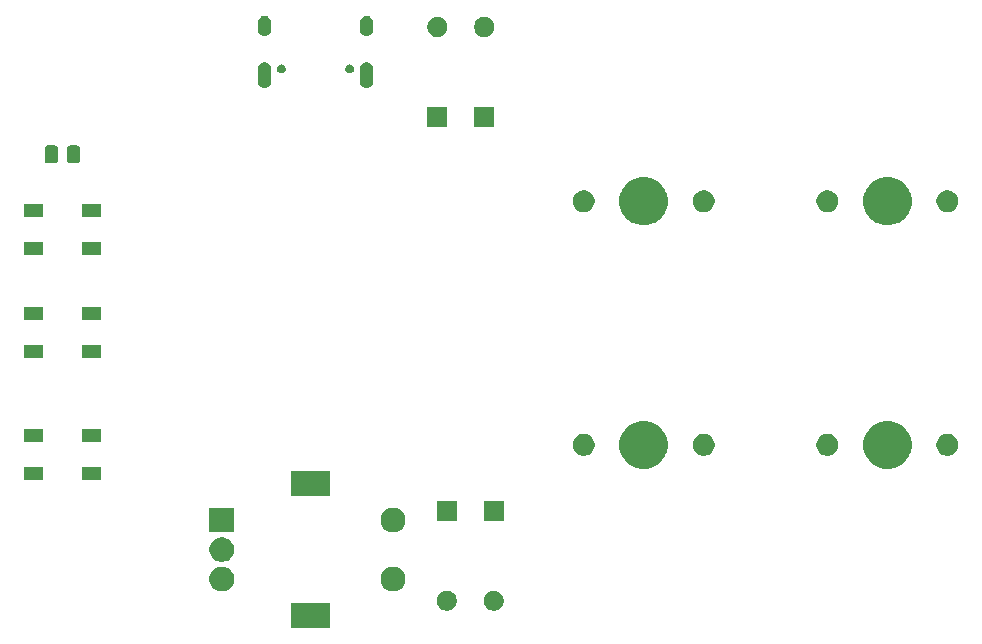
<source format=gbr>
G04 #@! TF.GenerationSoftware,KiCad,Pcbnew,(5.1.5)-3*
G04 #@! TF.CreationDate,2020-05-08T22:50:54-04:00*
G04 #@! TF.ProjectId,metropolislefty,6d657472-6f70-46f6-9c69-736c65667479,rev?*
G04 #@! TF.SameCoordinates,Original*
G04 #@! TF.FileFunction,Soldermask,Top*
G04 #@! TF.FilePolarity,Negative*
%FSLAX46Y46*%
G04 Gerber Fmt 4.6, Leading zero omitted, Abs format (unit mm)*
G04 Created by KiCad (PCBNEW (5.1.5)-3) date 2020-05-08 22:50:54*
%MOMM*%
%LPD*%
G04 APERTURE LIST*
%ADD10C,0.100000*%
G04 APERTURE END LIST*
D10*
G36*
X82176000Y-125038500D02*
G01*
X78874000Y-125038500D01*
X78874000Y-122936500D01*
X82176000Y-122936500D01*
X82176000Y-125038500D01*
G37*
G36*
X96291978Y-121895453D02*
G01*
X96446850Y-121959603D01*
X96586231Y-122052735D01*
X96704765Y-122171269D01*
X96797897Y-122310650D01*
X96862047Y-122465522D01*
X96894750Y-122629934D01*
X96894750Y-122797566D01*
X96862047Y-122961978D01*
X96797897Y-123116850D01*
X96704765Y-123256231D01*
X96586231Y-123374765D01*
X96446850Y-123467897D01*
X96291978Y-123532047D01*
X96127566Y-123564750D01*
X95959934Y-123564750D01*
X95795522Y-123532047D01*
X95640650Y-123467897D01*
X95501269Y-123374765D01*
X95382735Y-123256231D01*
X95289603Y-123116850D01*
X95225453Y-122961978D01*
X95192750Y-122797566D01*
X95192750Y-122629934D01*
X95225453Y-122465522D01*
X95289603Y-122310650D01*
X95382735Y-122171269D01*
X95501269Y-122052735D01*
X95640650Y-121959603D01*
X95795522Y-121895453D01*
X95959934Y-121862750D01*
X96127566Y-121862750D01*
X96291978Y-121895453D01*
G37*
G36*
X92323228Y-121895453D02*
G01*
X92478100Y-121959603D01*
X92617481Y-122052735D01*
X92736015Y-122171269D01*
X92829147Y-122310650D01*
X92893297Y-122465522D01*
X92926000Y-122629934D01*
X92926000Y-122797566D01*
X92893297Y-122961978D01*
X92829147Y-123116850D01*
X92736015Y-123256231D01*
X92617481Y-123374765D01*
X92478100Y-123467897D01*
X92323228Y-123532047D01*
X92158816Y-123564750D01*
X91991184Y-123564750D01*
X91826772Y-123532047D01*
X91671900Y-123467897D01*
X91532519Y-123374765D01*
X91413985Y-123256231D01*
X91320853Y-123116850D01*
X91256703Y-122961978D01*
X91224000Y-122797566D01*
X91224000Y-122629934D01*
X91256703Y-122465522D01*
X91320853Y-122310650D01*
X91413985Y-122171269D01*
X91532519Y-122052735D01*
X91671900Y-121959603D01*
X91826772Y-121895453D01*
X91991184Y-121862750D01*
X92158816Y-121862750D01*
X92323228Y-121895453D01*
G37*
G36*
X73331564Y-119876889D02*
G01*
X73522833Y-119956115D01*
X73522835Y-119956116D01*
X73694973Y-120071135D01*
X73841365Y-120217527D01*
X73956385Y-120389667D01*
X74035611Y-120580936D01*
X74076000Y-120783984D01*
X74076000Y-120991016D01*
X74035611Y-121194064D01*
X73956385Y-121385333D01*
X73956384Y-121385335D01*
X73841365Y-121557473D01*
X73694973Y-121703865D01*
X73522835Y-121818884D01*
X73522834Y-121818885D01*
X73522833Y-121818885D01*
X73331564Y-121898111D01*
X73128516Y-121938500D01*
X72921484Y-121938500D01*
X72718436Y-121898111D01*
X72527167Y-121818885D01*
X72527166Y-121818885D01*
X72527165Y-121818884D01*
X72355027Y-121703865D01*
X72208635Y-121557473D01*
X72093616Y-121385335D01*
X72093615Y-121385333D01*
X72014389Y-121194064D01*
X71974000Y-120991016D01*
X71974000Y-120783984D01*
X72014389Y-120580936D01*
X72093615Y-120389667D01*
X72208635Y-120217527D01*
X72355027Y-120071135D01*
X72527165Y-119956116D01*
X72527167Y-119956115D01*
X72718436Y-119876889D01*
X72921484Y-119836500D01*
X73128516Y-119836500D01*
X73331564Y-119876889D01*
G37*
G36*
X87831564Y-119876889D02*
G01*
X88022833Y-119956115D01*
X88022835Y-119956116D01*
X88194973Y-120071135D01*
X88341365Y-120217527D01*
X88456385Y-120389667D01*
X88535611Y-120580936D01*
X88576000Y-120783984D01*
X88576000Y-120991016D01*
X88535611Y-121194064D01*
X88456385Y-121385333D01*
X88456384Y-121385335D01*
X88341365Y-121557473D01*
X88194973Y-121703865D01*
X88022835Y-121818884D01*
X88022834Y-121818885D01*
X88022833Y-121818885D01*
X87831564Y-121898111D01*
X87628516Y-121938500D01*
X87421484Y-121938500D01*
X87218436Y-121898111D01*
X87027167Y-121818885D01*
X87027166Y-121818885D01*
X87027165Y-121818884D01*
X86855027Y-121703865D01*
X86708635Y-121557473D01*
X86593616Y-121385335D01*
X86593615Y-121385333D01*
X86514389Y-121194064D01*
X86474000Y-120991016D01*
X86474000Y-120783984D01*
X86514389Y-120580936D01*
X86593615Y-120389667D01*
X86708635Y-120217527D01*
X86855027Y-120071135D01*
X87027165Y-119956116D01*
X87027167Y-119956115D01*
X87218436Y-119876889D01*
X87421484Y-119836500D01*
X87628516Y-119836500D01*
X87831564Y-119876889D01*
G37*
G36*
X73331564Y-117376889D02*
G01*
X73522833Y-117456115D01*
X73522835Y-117456116D01*
X73694973Y-117571135D01*
X73841365Y-117717527D01*
X73956385Y-117889667D01*
X74035611Y-118080936D01*
X74076000Y-118283984D01*
X74076000Y-118491016D01*
X74035611Y-118694064D01*
X73956385Y-118885333D01*
X73956384Y-118885335D01*
X73841365Y-119057473D01*
X73694973Y-119203865D01*
X73522835Y-119318884D01*
X73522834Y-119318885D01*
X73522833Y-119318885D01*
X73331564Y-119398111D01*
X73128516Y-119438500D01*
X72921484Y-119438500D01*
X72718436Y-119398111D01*
X72527167Y-119318885D01*
X72527166Y-119318885D01*
X72527165Y-119318884D01*
X72355027Y-119203865D01*
X72208635Y-119057473D01*
X72093616Y-118885335D01*
X72093615Y-118885333D01*
X72014389Y-118694064D01*
X71974000Y-118491016D01*
X71974000Y-118283984D01*
X72014389Y-118080936D01*
X72093615Y-117889667D01*
X72208635Y-117717527D01*
X72355027Y-117571135D01*
X72527165Y-117456116D01*
X72527167Y-117456115D01*
X72718436Y-117376889D01*
X72921484Y-117336500D01*
X73128516Y-117336500D01*
X73331564Y-117376889D01*
G37*
G36*
X87831564Y-114876889D02*
G01*
X88022833Y-114956115D01*
X88022835Y-114956116D01*
X88194973Y-115071135D01*
X88341365Y-115217527D01*
X88456385Y-115389667D01*
X88535611Y-115580936D01*
X88576000Y-115783984D01*
X88576000Y-115991016D01*
X88535611Y-116194064D01*
X88456385Y-116385333D01*
X88456384Y-116385335D01*
X88341365Y-116557473D01*
X88194973Y-116703865D01*
X88022835Y-116818884D01*
X88022834Y-116818885D01*
X88022833Y-116818885D01*
X87831564Y-116898111D01*
X87628516Y-116938500D01*
X87421484Y-116938500D01*
X87218436Y-116898111D01*
X87027167Y-116818885D01*
X87027166Y-116818885D01*
X87027165Y-116818884D01*
X86855027Y-116703865D01*
X86708635Y-116557473D01*
X86593616Y-116385335D01*
X86593615Y-116385333D01*
X86514389Y-116194064D01*
X86474000Y-115991016D01*
X86474000Y-115783984D01*
X86514389Y-115580936D01*
X86593615Y-115389667D01*
X86708635Y-115217527D01*
X86855027Y-115071135D01*
X87027165Y-114956116D01*
X87027167Y-114956115D01*
X87218436Y-114876889D01*
X87421484Y-114836500D01*
X87628516Y-114836500D01*
X87831564Y-114876889D01*
G37*
G36*
X74076000Y-116938500D02*
G01*
X71974000Y-116938500D01*
X71974000Y-114836500D01*
X74076000Y-114836500D01*
X74076000Y-116938500D01*
G37*
G36*
X96894750Y-115944750D02*
G01*
X95192750Y-115944750D01*
X95192750Y-114242750D01*
X96894750Y-114242750D01*
X96894750Y-115944750D01*
G37*
G36*
X92926000Y-115944750D02*
G01*
X91224000Y-115944750D01*
X91224000Y-114242750D01*
X92926000Y-114242750D01*
X92926000Y-115944750D01*
G37*
G36*
X82176000Y-113838500D02*
G01*
X78874000Y-113838500D01*
X78874000Y-111736500D01*
X82176000Y-111736500D01*
X82176000Y-113838500D01*
G37*
G36*
X57882250Y-112482250D02*
G01*
X56280250Y-112482250D01*
X56280250Y-111380250D01*
X57882250Y-111380250D01*
X57882250Y-112482250D01*
G37*
G36*
X62782250Y-112482250D02*
G01*
X61180250Y-112482250D01*
X61180250Y-111380250D01*
X62782250Y-111380250D01*
X62782250Y-112482250D01*
G37*
G36*
X129977724Y-107571184D02*
G01*
X130195724Y-107661483D01*
X130349873Y-107725333D01*
X130684798Y-107949123D01*
X130969627Y-108233952D01*
X131193417Y-108568877D01*
X131225812Y-108647086D01*
X131347566Y-108941026D01*
X131426150Y-109336094D01*
X131426150Y-109738906D01*
X131347566Y-110133974D01*
X131296701Y-110256772D01*
X131193417Y-110506123D01*
X130969627Y-110841048D01*
X130684798Y-111125877D01*
X130349873Y-111349667D01*
X130195724Y-111413517D01*
X129977724Y-111503816D01*
X129582656Y-111582400D01*
X129179844Y-111582400D01*
X128784776Y-111503816D01*
X128566776Y-111413517D01*
X128412627Y-111349667D01*
X128077702Y-111125877D01*
X127792873Y-110841048D01*
X127569083Y-110506123D01*
X127465799Y-110256772D01*
X127414934Y-110133974D01*
X127336350Y-109738906D01*
X127336350Y-109336094D01*
X127414934Y-108941026D01*
X127536688Y-108647086D01*
X127569083Y-108568877D01*
X127792873Y-108233952D01*
X128077702Y-107949123D01*
X128412627Y-107725333D01*
X128566776Y-107661483D01*
X128784776Y-107571184D01*
X129179844Y-107492600D01*
X129582656Y-107492600D01*
X129977724Y-107571184D01*
G37*
G36*
X109340224Y-107571184D02*
G01*
X109558224Y-107661483D01*
X109712373Y-107725333D01*
X110047298Y-107949123D01*
X110332127Y-108233952D01*
X110555917Y-108568877D01*
X110588312Y-108647086D01*
X110710066Y-108941026D01*
X110788650Y-109336094D01*
X110788650Y-109738906D01*
X110710066Y-110133974D01*
X110659201Y-110256772D01*
X110555917Y-110506123D01*
X110332127Y-110841048D01*
X110047298Y-111125877D01*
X109712373Y-111349667D01*
X109558224Y-111413517D01*
X109340224Y-111503816D01*
X108945156Y-111582400D01*
X108542344Y-111582400D01*
X108147276Y-111503816D01*
X107929276Y-111413517D01*
X107775127Y-111349667D01*
X107440202Y-111125877D01*
X107155373Y-110841048D01*
X106931583Y-110506123D01*
X106828299Y-110256772D01*
X106777434Y-110133974D01*
X106698850Y-109738906D01*
X106698850Y-109336094D01*
X106777434Y-108941026D01*
X106899188Y-108647086D01*
X106931583Y-108568877D01*
X107155373Y-108233952D01*
X107440202Y-107949123D01*
X107775127Y-107725333D01*
X107929276Y-107661483D01*
X108147276Y-107571184D01*
X108542344Y-107492600D01*
X108945156Y-107492600D01*
X109340224Y-107571184D01*
G37*
G36*
X134731354Y-108647085D02*
G01*
X134899876Y-108716889D01*
X135051541Y-108818228D01*
X135180522Y-108947209D01*
X135281861Y-109098874D01*
X135351665Y-109267396D01*
X135387250Y-109446297D01*
X135387250Y-109628703D01*
X135351665Y-109807604D01*
X135281861Y-109976126D01*
X135180522Y-110127791D01*
X135051541Y-110256772D01*
X134899876Y-110358111D01*
X134731354Y-110427915D01*
X134552453Y-110463500D01*
X134370047Y-110463500D01*
X134191146Y-110427915D01*
X134022624Y-110358111D01*
X133870959Y-110256772D01*
X133741978Y-110127791D01*
X133640639Y-109976126D01*
X133570835Y-109807604D01*
X133535250Y-109628703D01*
X133535250Y-109446297D01*
X133570835Y-109267396D01*
X133640639Y-109098874D01*
X133741978Y-108947209D01*
X133870959Y-108818228D01*
X134022624Y-108716889D01*
X134191146Y-108647085D01*
X134370047Y-108611500D01*
X134552453Y-108611500D01*
X134731354Y-108647085D01*
G37*
G36*
X103933854Y-108647085D02*
G01*
X104102376Y-108716889D01*
X104254041Y-108818228D01*
X104383022Y-108947209D01*
X104484361Y-109098874D01*
X104554165Y-109267396D01*
X104589750Y-109446297D01*
X104589750Y-109628703D01*
X104554165Y-109807604D01*
X104484361Y-109976126D01*
X104383022Y-110127791D01*
X104254041Y-110256772D01*
X104102376Y-110358111D01*
X103933854Y-110427915D01*
X103754953Y-110463500D01*
X103572547Y-110463500D01*
X103393646Y-110427915D01*
X103225124Y-110358111D01*
X103073459Y-110256772D01*
X102944478Y-110127791D01*
X102843139Y-109976126D01*
X102773335Y-109807604D01*
X102737750Y-109628703D01*
X102737750Y-109446297D01*
X102773335Y-109267396D01*
X102843139Y-109098874D01*
X102944478Y-108947209D01*
X103073459Y-108818228D01*
X103225124Y-108716889D01*
X103393646Y-108647085D01*
X103572547Y-108611500D01*
X103754953Y-108611500D01*
X103933854Y-108647085D01*
G37*
G36*
X124571354Y-108647085D02*
G01*
X124739876Y-108716889D01*
X124891541Y-108818228D01*
X125020522Y-108947209D01*
X125121861Y-109098874D01*
X125191665Y-109267396D01*
X125227250Y-109446297D01*
X125227250Y-109628703D01*
X125191665Y-109807604D01*
X125121861Y-109976126D01*
X125020522Y-110127791D01*
X124891541Y-110256772D01*
X124739876Y-110358111D01*
X124571354Y-110427915D01*
X124392453Y-110463500D01*
X124210047Y-110463500D01*
X124031146Y-110427915D01*
X123862624Y-110358111D01*
X123710959Y-110256772D01*
X123581978Y-110127791D01*
X123480639Y-109976126D01*
X123410835Y-109807604D01*
X123375250Y-109628703D01*
X123375250Y-109446297D01*
X123410835Y-109267396D01*
X123480639Y-109098874D01*
X123581978Y-108947209D01*
X123710959Y-108818228D01*
X123862624Y-108716889D01*
X124031146Y-108647085D01*
X124210047Y-108611500D01*
X124392453Y-108611500D01*
X124571354Y-108647085D01*
G37*
G36*
X114093854Y-108647085D02*
G01*
X114262376Y-108716889D01*
X114414041Y-108818228D01*
X114543022Y-108947209D01*
X114644361Y-109098874D01*
X114714165Y-109267396D01*
X114749750Y-109446297D01*
X114749750Y-109628703D01*
X114714165Y-109807604D01*
X114644361Y-109976126D01*
X114543022Y-110127791D01*
X114414041Y-110256772D01*
X114262376Y-110358111D01*
X114093854Y-110427915D01*
X113914953Y-110463500D01*
X113732547Y-110463500D01*
X113553646Y-110427915D01*
X113385124Y-110358111D01*
X113233459Y-110256772D01*
X113104478Y-110127791D01*
X113003139Y-109976126D01*
X112933335Y-109807604D01*
X112897750Y-109628703D01*
X112897750Y-109446297D01*
X112933335Y-109267396D01*
X113003139Y-109098874D01*
X113104478Y-108947209D01*
X113233459Y-108818228D01*
X113385124Y-108716889D01*
X113553646Y-108647085D01*
X113732547Y-108611500D01*
X113914953Y-108611500D01*
X114093854Y-108647085D01*
G37*
G36*
X62782250Y-109282250D02*
G01*
X61180250Y-109282250D01*
X61180250Y-108180250D01*
X62782250Y-108180250D01*
X62782250Y-109282250D01*
G37*
G36*
X57882250Y-109282250D02*
G01*
X56280250Y-109282250D01*
X56280250Y-108180250D01*
X57882250Y-108180250D01*
X57882250Y-109282250D01*
G37*
G36*
X57882250Y-102163500D02*
G01*
X56280250Y-102163500D01*
X56280250Y-101061500D01*
X57882250Y-101061500D01*
X57882250Y-102163500D01*
G37*
G36*
X62782250Y-102163500D02*
G01*
X61180250Y-102163500D01*
X61180250Y-101061500D01*
X62782250Y-101061500D01*
X62782250Y-102163500D01*
G37*
G36*
X62782250Y-98963500D02*
G01*
X61180250Y-98963500D01*
X61180250Y-97861500D01*
X62782250Y-97861500D01*
X62782250Y-98963500D01*
G37*
G36*
X57882250Y-98963500D02*
G01*
X56280250Y-98963500D01*
X56280250Y-97861500D01*
X57882250Y-97861500D01*
X57882250Y-98963500D01*
G37*
G36*
X62782250Y-93432250D02*
G01*
X61180250Y-93432250D01*
X61180250Y-92330250D01*
X62782250Y-92330250D01*
X62782250Y-93432250D01*
G37*
G36*
X57882250Y-93432250D02*
G01*
X56280250Y-93432250D01*
X56280250Y-92330250D01*
X57882250Y-92330250D01*
X57882250Y-93432250D01*
G37*
G36*
X109340224Y-86933684D02*
G01*
X109558224Y-87023983D01*
X109712373Y-87087833D01*
X110047298Y-87311623D01*
X110332127Y-87596452D01*
X110555917Y-87931377D01*
X110588312Y-88009586D01*
X110710066Y-88303526D01*
X110788650Y-88698594D01*
X110788650Y-89101406D01*
X110710066Y-89496474D01*
X110659201Y-89619272D01*
X110555917Y-89868623D01*
X110332127Y-90203548D01*
X110047298Y-90488377D01*
X109712373Y-90712167D01*
X109558224Y-90776017D01*
X109340224Y-90866316D01*
X108945156Y-90944900D01*
X108542344Y-90944900D01*
X108147276Y-90866316D01*
X107929276Y-90776017D01*
X107775127Y-90712167D01*
X107440202Y-90488377D01*
X107155373Y-90203548D01*
X106931583Y-89868623D01*
X106828299Y-89619272D01*
X106777434Y-89496474D01*
X106698850Y-89101406D01*
X106698850Y-88698594D01*
X106777434Y-88303526D01*
X106899188Y-88009586D01*
X106931583Y-87931377D01*
X107155373Y-87596452D01*
X107440202Y-87311623D01*
X107775127Y-87087833D01*
X107929276Y-87023983D01*
X108147276Y-86933684D01*
X108542344Y-86855100D01*
X108945156Y-86855100D01*
X109340224Y-86933684D01*
G37*
G36*
X129977724Y-86933684D02*
G01*
X130195724Y-87023983D01*
X130349873Y-87087833D01*
X130684798Y-87311623D01*
X130969627Y-87596452D01*
X131193417Y-87931377D01*
X131225812Y-88009586D01*
X131347566Y-88303526D01*
X131426150Y-88698594D01*
X131426150Y-89101406D01*
X131347566Y-89496474D01*
X131296701Y-89619272D01*
X131193417Y-89868623D01*
X130969627Y-90203548D01*
X130684798Y-90488377D01*
X130349873Y-90712167D01*
X130195724Y-90776017D01*
X129977724Y-90866316D01*
X129582656Y-90944900D01*
X129179844Y-90944900D01*
X128784776Y-90866316D01*
X128566776Y-90776017D01*
X128412627Y-90712167D01*
X128077702Y-90488377D01*
X127792873Y-90203548D01*
X127569083Y-89868623D01*
X127465799Y-89619272D01*
X127414934Y-89496474D01*
X127336350Y-89101406D01*
X127336350Y-88698594D01*
X127414934Y-88303526D01*
X127536688Y-88009586D01*
X127569083Y-87931377D01*
X127792873Y-87596452D01*
X128077702Y-87311623D01*
X128412627Y-87087833D01*
X128566776Y-87023983D01*
X128784776Y-86933684D01*
X129179844Y-86855100D01*
X129582656Y-86855100D01*
X129977724Y-86933684D01*
G37*
G36*
X62782250Y-90232250D02*
G01*
X61180250Y-90232250D01*
X61180250Y-89130250D01*
X62782250Y-89130250D01*
X62782250Y-90232250D01*
G37*
G36*
X57882250Y-90232250D02*
G01*
X56280250Y-90232250D01*
X56280250Y-89130250D01*
X57882250Y-89130250D01*
X57882250Y-90232250D01*
G37*
G36*
X114093854Y-88009585D02*
G01*
X114262376Y-88079389D01*
X114414041Y-88180728D01*
X114543022Y-88309709D01*
X114644361Y-88461374D01*
X114714165Y-88629896D01*
X114749750Y-88808797D01*
X114749750Y-88991203D01*
X114714165Y-89170104D01*
X114644361Y-89338626D01*
X114543022Y-89490291D01*
X114414041Y-89619272D01*
X114262376Y-89720611D01*
X114093854Y-89790415D01*
X113914953Y-89826000D01*
X113732547Y-89826000D01*
X113553646Y-89790415D01*
X113385124Y-89720611D01*
X113233459Y-89619272D01*
X113104478Y-89490291D01*
X113003139Y-89338626D01*
X112933335Y-89170104D01*
X112897750Y-88991203D01*
X112897750Y-88808797D01*
X112933335Y-88629896D01*
X113003139Y-88461374D01*
X113104478Y-88309709D01*
X113233459Y-88180728D01*
X113385124Y-88079389D01*
X113553646Y-88009585D01*
X113732547Y-87974000D01*
X113914953Y-87974000D01*
X114093854Y-88009585D01*
G37*
G36*
X124571354Y-88009585D02*
G01*
X124739876Y-88079389D01*
X124891541Y-88180728D01*
X125020522Y-88309709D01*
X125121861Y-88461374D01*
X125191665Y-88629896D01*
X125227250Y-88808797D01*
X125227250Y-88991203D01*
X125191665Y-89170104D01*
X125121861Y-89338626D01*
X125020522Y-89490291D01*
X124891541Y-89619272D01*
X124739876Y-89720611D01*
X124571354Y-89790415D01*
X124392453Y-89826000D01*
X124210047Y-89826000D01*
X124031146Y-89790415D01*
X123862624Y-89720611D01*
X123710959Y-89619272D01*
X123581978Y-89490291D01*
X123480639Y-89338626D01*
X123410835Y-89170104D01*
X123375250Y-88991203D01*
X123375250Y-88808797D01*
X123410835Y-88629896D01*
X123480639Y-88461374D01*
X123581978Y-88309709D01*
X123710959Y-88180728D01*
X123862624Y-88079389D01*
X124031146Y-88009585D01*
X124210047Y-87974000D01*
X124392453Y-87974000D01*
X124571354Y-88009585D01*
G37*
G36*
X134731354Y-88009585D02*
G01*
X134899876Y-88079389D01*
X135051541Y-88180728D01*
X135180522Y-88309709D01*
X135281861Y-88461374D01*
X135351665Y-88629896D01*
X135387250Y-88808797D01*
X135387250Y-88991203D01*
X135351665Y-89170104D01*
X135281861Y-89338626D01*
X135180522Y-89490291D01*
X135051541Y-89619272D01*
X134899876Y-89720611D01*
X134731354Y-89790415D01*
X134552453Y-89826000D01*
X134370047Y-89826000D01*
X134191146Y-89790415D01*
X134022624Y-89720611D01*
X133870959Y-89619272D01*
X133741978Y-89490291D01*
X133640639Y-89338626D01*
X133570835Y-89170104D01*
X133535250Y-88991203D01*
X133535250Y-88808797D01*
X133570835Y-88629896D01*
X133640639Y-88461374D01*
X133741978Y-88309709D01*
X133870959Y-88180728D01*
X134022624Y-88079389D01*
X134191146Y-88009585D01*
X134370047Y-87974000D01*
X134552453Y-87974000D01*
X134731354Y-88009585D01*
G37*
G36*
X103933854Y-88009585D02*
G01*
X104102376Y-88079389D01*
X104254041Y-88180728D01*
X104383022Y-88309709D01*
X104484361Y-88461374D01*
X104554165Y-88629896D01*
X104589750Y-88808797D01*
X104589750Y-88991203D01*
X104554165Y-89170104D01*
X104484361Y-89338626D01*
X104383022Y-89490291D01*
X104254041Y-89619272D01*
X104102376Y-89720611D01*
X103933854Y-89790415D01*
X103754953Y-89826000D01*
X103572547Y-89826000D01*
X103393646Y-89790415D01*
X103225124Y-89720611D01*
X103073459Y-89619272D01*
X102944478Y-89490291D01*
X102843139Y-89338626D01*
X102773335Y-89170104D01*
X102737750Y-88991203D01*
X102737750Y-88808797D01*
X102773335Y-88629896D01*
X102843139Y-88461374D01*
X102944478Y-88309709D01*
X103073459Y-88180728D01*
X103225124Y-88079389D01*
X103393646Y-88009585D01*
X103572547Y-87974000D01*
X103754953Y-87974000D01*
X103933854Y-88009585D01*
G37*
G36*
X58965718Y-84184815D02*
G01*
X59004388Y-84196546D01*
X59040027Y-84215596D01*
X59071267Y-84241233D01*
X59096904Y-84272473D01*
X59115954Y-84308112D01*
X59127685Y-84346782D01*
X59132250Y-84393138D01*
X59132250Y-85469362D01*
X59127685Y-85515718D01*
X59115954Y-85554388D01*
X59096904Y-85590027D01*
X59071267Y-85621267D01*
X59040027Y-85646904D01*
X59004388Y-85665954D01*
X58965718Y-85677685D01*
X58919362Y-85682250D01*
X58268138Y-85682250D01*
X58221782Y-85677685D01*
X58183112Y-85665954D01*
X58147473Y-85646904D01*
X58116233Y-85621267D01*
X58090596Y-85590027D01*
X58071546Y-85554388D01*
X58059815Y-85515718D01*
X58055250Y-85469362D01*
X58055250Y-84393138D01*
X58059815Y-84346782D01*
X58071546Y-84308112D01*
X58090596Y-84272473D01*
X58116233Y-84241233D01*
X58147473Y-84215596D01*
X58183112Y-84196546D01*
X58221782Y-84184815D01*
X58268138Y-84180250D01*
X58919362Y-84180250D01*
X58965718Y-84184815D01*
G37*
G36*
X60840718Y-84184815D02*
G01*
X60879388Y-84196546D01*
X60915027Y-84215596D01*
X60946267Y-84241233D01*
X60971904Y-84272473D01*
X60990954Y-84308112D01*
X61002685Y-84346782D01*
X61007250Y-84393138D01*
X61007250Y-85469362D01*
X61002685Y-85515718D01*
X60990954Y-85554388D01*
X60971904Y-85590027D01*
X60946267Y-85621267D01*
X60915027Y-85646904D01*
X60879388Y-85665954D01*
X60840718Y-85677685D01*
X60794362Y-85682250D01*
X60143138Y-85682250D01*
X60096782Y-85677685D01*
X60058112Y-85665954D01*
X60022473Y-85646904D01*
X59991233Y-85621267D01*
X59965596Y-85590027D01*
X59946546Y-85554388D01*
X59934815Y-85515718D01*
X59930250Y-85469362D01*
X59930250Y-84393138D01*
X59934815Y-84346782D01*
X59946546Y-84308112D01*
X59965596Y-84272473D01*
X59991233Y-84241233D01*
X60022473Y-84215596D01*
X60058112Y-84196546D01*
X60096782Y-84184815D01*
X60143138Y-84180250D01*
X60794362Y-84180250D01*
X60840718Y-84184815D01*
G37*
G36*
X92132250Y-82607250D02*
G01*
X90430250Y-82607250D01*
X90430250Y-80905250D01*
X92132250Y-80905250D01*
X92132250Y-82607250D01*
G37*
G36*
X96101000Y-82607250D02*
G01*
X94399000Y-82607250D01*
X94399000Y-80905250D01*
X96101000Y-80905250D01*
X96101000Y-82607250D01*
G37*
G36*
X76750514Y-77124473D02*
G01*
X76854378Y-77155979D01*
X76898407Y-77179513D01*
X76950099Y-77207143D01*
X76950101Y-77207144D01*
X76950100Y-77207144D01*
X77034001Y-77275999D01*
X77102856Y-77359900D01*
X77154021Y-77455621D01*
X77185527Y-77559485D01*
X77193500Y-77640433D01*
X77193500Y-78794567D01*
X77185527Y-78875515D01*
X77154021Y-78979379D01*
X77154019Y-78979382D01*
X77102857Y-79075100D01*
X77034001Y-79159001D01*
X76950100Y-79227857D01*
X76881555Y-79264495D01*
X76854379Y-79279021D01*
X76750515Y-79310527D01*
X76642500Y-79321166D01*
X76534486Y-79310527D01*
X76430622Y-79279021D01*
X76403446Y-79264495D01*
X76334901Y-79227857D01*
X76251000Y-79159001D01*
X76182144Y-79075100D01*
X76130982Y-78979382D01*
X76130980Y-78979379D01*
X76099474Y-78875515D01*
X76091501Y-78794567D01*
X76091500Y-77640434D01*
X76099473Y-77559486D01*
X76130979Y-77455622D01*
X76182144Y-77359900D01*
X76250999Y-77275999D01*
X76334900Y-77207144D01*
X76334899Y-77207144D01*
X76334901Y-77207143D01*
X76386593Y-77179513D01*
X76430621Y-77155979D01*
X76534485Y-77124473D01*
X76642500Y-77113834D01*
X76750514Y-77124473D01*
G37*
G36*
X85390514Y-77124473D02*
G01*
X85494378Y-77155979D01*
X85538407Y-77179513D01*
X85590099Y-77207143D01*
X85590101Y-77207144D01*
X85590100Y-77207144D01*
X85674001Y-77275999D01*
X85742856Y-77359900D01*
X85794021Y-77455621D01*
X85825527Y-77559485D01*
X85833500Y-77640433D01*
X85833500Y-78794567D01*
X85825527Y-78875515D01*
X85794021Y-78979379D01*
X85794019Y-78979382D01*
X85742857Y-79075100D01*
X85674001Y-79159001D01*
X85590100Y-79227857D01*
X85521555Y-79264495D01*
X85494379Y-79279021D01*
X85390515Y-79310527D01*
X85282500Y-79321166D01*
X85174486Y-79310527D01*
X85070622Y-79279021D01*
X85043446Y-79264495D01*
X84974901Y-79227857D01*
X84891000Y-79159001D01*
X84822144Y-79075100D01*
X84770982Y-78979382D01*
X84770980Y-78979379D01*
X84739474Y-78875515D01*
X84731501Y-78794567D01*
X84731500Y-77640434D01*
X84739473Y-77559486D01*
X84770979Y-77455622D01*
X84822144Y-77359900D01*
X84890999Y-77275999D01*
X84974900Y-77207144D01*
X84974899Y-77207144D01*
X84974901Y-77207143D01*
X85026593Y-77179513D01*
X85070621Y-77155979D01*
X85174485Y-77124473D01*
X85282500Y-77113834D01*
X85390514Y-77124473D01*
G37*
G36*
X83962172Y-77325949D02*
G01*
X83962174Y-77325950D01*
X83962175Y-77325950D01*
X84030603Y-77354293D01*
X84092186Y-77395442D01*
X84144558Y-77447814D01*
X84185707Y-77509397D01*
X84214050Y-77577825D01*
X84214051Y-77577828D01*
X84228500Y-77650466D01*
X84228500Y-77724533D01*
X84214050Y-77797175D01*
X84185707Y-77865603D01*
X84144558Y-77927186D01*
X84092186Y-77979558D01*
X84030603Y-78020707D01*
X83962175Y-78049050D01*
X83962174Y-78049050D01*
X83962172Y-78049051D01*
X83889534Y-78063500D01*
X83815466Y-78063500D01*
X83742828Y-78049051D01*
X83742826Y-78049050D01*
X83742825Y-78049050D01*
X83674397Y-78020707D01*
X83612814Y-77979558D01*
X83560442Y-77927186D01*
X83519293Y-77865603D01*
X83490950Y-77797175D01*
X83476500Y-77724533D01*
X83476500Y-77650466D01*
X83490949Y-77577828D01*
X83490950Y-77577825D01*
X83519293Y-77509397D01*
X83560442Y-77447814D01*
X83612814Y-77395442D01*
X83674397Y-77354293D01*
X83742825Y-77325950D01*
X83742826Y-77325950D01*
X83742828Y-77325949D01*
X83815466Y-77311500D01*
X83889534Y-77311500D01*
X83962172Y-77325949D01*
G37*
G36*
X78182172Y-77325949D02*
G01*
X78182174Y-77325950D01*
X78182175Y-77325950D01*
X78250603Y-77354293D01*
X78312186Y-77395442D01*
X78364558Y-77447814D01*
X78405707Y-77509397D01*
X78434050Y-77577825D01*
X78434051Y-77577828D01*
X78448500Y-77650466D01*
X78448500Y-77724533D01*
X78434050Y-77797175D01*
X78405707Y-77865603D01*
X78364558Y-77927186D01*
X78312186Y-77979558D01*
X78250603Y-78020707D01*
X78182175Y-78049050D01*
X78182174Y-78049050D01*
X78182172Y-78049051D01*
X78109534Y-78063500D01*
X78035466Y-78063500D01*
X77962828Y-78049051D01*
X77962826Y-78049050D01*
X77962825Y-78049050D01*
X77894397Y-78020707D01*
X77832814Y-77979558D01*
X77780442Y-77927186D01*
X77739293Y-77865603D01*
X77710950Y-77797175D01*
X77696500Y-77724533D01*
X77696500Y-77650466D01*
X77710949Y-77577828D01*
X77710950Y-77577825D01*
X77739293Y-77509397D01*
X77780442Y-77447814D01*
X77832814Y-77395442D01*
X77894397Y-77354293D01*
X77962825Y-77325950D01*
X77962826Y-77325950D01*
X77962828Y-77325949D01*
X78035466Y-77311500D01*
X78109534Y-77311500D01*
X78182172Y-77325949D01*
G37*
G36*
X95498228Y-73317953D02*
G01*
X95653100Y-73382103D01*
X95792481Y-73475235D01*
X95911015Y-73593769D01*
X96004147Y-73733150D01*
X96068297Y-73888022D01*
X96101000Y-74052434D01*
X96101000Y-74220066D01*
X96068297Y-74384478D01*
X96004147Y-74539350D01*
X95911015Y-74678731D01*
X95792481Y-74797265D01*
X95653100Y-74890397D01*
X95498228Y-74954547D01*
X95333816Y-74987250D01*
X95166184Y-74987250D01*
X95001772Y-74954547D01*
X94846900Y-74890397D01*
X94707519Y-74797265D01*
X94588985Y-74678731D01*
X94495853Y-74539350D01*
X94431703Y-74384478D01*
X94399000Y-74220066D01*
X94399000Y-74052434D01*
X94431703Y-73888022D01*
X94495853Y-73733150D01*
X94588985Y-73593769D01*
X94707519Y-73475235D01*
X94846900Y-73382103D01*
X95001772Y-73317953D01*
X95166184Y-73285250D01*
X95333816Y-73285250D01*
X95498228Y-73317953D01*
G37*
G36*
X91529478Y-73317953D02*
G01*
X91684350Y-73382103D01*
X91823731Y-73475235D01*
X91942265Y-73593769D01*
X92035397Y-73733150D01*
X92099547Y-73888022D01*
X92132250Y-74052434D01*
X92132250Y-74220066D01*
X92099547Y-74384478D01*
X92035397Y-74539350D01*
X91942265Y-74678731D01*
X91823731Y-74797265D01*
X91684350Y-74890397D01*
X91529478Y-74954547D01*
X91365066Y-74987250D01*
X91197434Y-74987250D01*
X91033022Y-74954547D01*
X90878150Y-74890397D01*
X90738769Y-74797265D01*
X90620235Y-74678731D01*
X90527103Y-74539350D01*
X90462953Y-74384478D01*
X90430250Y-74220066D01*
X90430250Y-74052434D01*
X90462953Y-73888022D01*
X90527103Y-73733150D01*
X90620235Y-73593769D01*
X90738769Y-73475235D01*
X90878150Y-73382103D01*
X91033022Y-73317953D01*
X91197434Y-73285250D01*
X91365066Y-73285250D01*
X91529478Y-73317953D01*
G37*
G36*
X85390514Y-73194473D02*
G01*
X85494378Y-73225979D01*
X85538407Y-73249513D01*
X85590099Y-73277143D01*
X85590101Y-73277144D01*
X85590100Y-73277144D01*
X85674001Y-73345999D01*
X85742856Y-73429900D01*
X85794021Y-73525621D01*
X85825527Y-73629485D01*
X85833500Y-73710433D01*
X85833500Y-74364567D01*
X85825527Y-74445515D01*
X85794021Y-74549379D01*
X85794019Y-74549382D01*
X85742857Y-74645100D01*
X85674001Y-74729001D01*
X85590100Y-74797857D01*
X85521555Y-74834495D01*
X85494379Y-74849021D01*
X85390515Y-74880527D01*
X85282500Y-74891166D01*
X85174486Y-74880527D01*
X85070622Y-74849021D01*
X85043446Y-74834495D01*
X84974901Y-74797857D01*
X84891000Y-74729001D01*
X84822145Y-74645101D01*
X84770980Y-74549379D01*
X84767937Y-74539347D01*
X84739473Y-74445515D01*
X84731500Y-74364567D01*
X84731500Y-73710434D01*
X84739473Y-73629486D01*
X84770979Y-73525622D01*
X84822144Y-73429900D01*
X84890999Y-73345999D01*
X84974900Y-73277144D01*
X84974899Y-73277144D01*
X84974901Y-73277143D01*
X85026593Y-73249513D01*
X85070621Y-73225979D01*
X85174485Y-73194473D01*
X85282500Y-73183834D01*
X85390514Y-73194473D01*
G37*
G36*
X76750514Y-73194473D02*
G01*
X76854378Y-73225979D01*
X76898407Y-73249513D01*
X76950099Y-73277143D01*
X76950101Y-73277144D01*
X76950100Y-73277144D01*
X77034001Y-73345999D01*
X77102856Y-73429900D01*
X77154021Y-73525621D01*
X77185527Y-73629485D01*
X77193500Y-73710433D01*
X77193500Y-74364567D01*
X77185527Y-74445515D01*
X77154021Y-74549379D01*
X77154019Y-74549382D01*
X77102857Y-74645100D01*
X77034001Y-74729001D01*
X76950100Y-74797857D01*
X76881555Y-74834495D01*
X76854379Y-74849021D01*
X76750515Y-74880527D01*
X76642500Y-74891166D01*
X76534486Y-74880527D01*
X76430622Y-74849021D01*
X76403446Y-74834495D01*
X76334901Y-74797857D01*
X76251000Y-74729001D01*
X76182145Y-74645101D01*
X76130980Y-74549379D01*
X76127937Y-74539347D01*
X76099473Y-74445515D01*
X76091500Y-74364567D01*
X76091500Y-73710434D01*
X76099473Y-73629486D01*
X76130979Y-73525622D01*
X76182144Y-73429900D01*
X76250999Y-73345999D01*
X76334900Y-73277144D01*
X76334899Y-73277144D01*
X76334901Y-73277143D01*
X76386593Y-73249513D01*
X76430621Y-73225979D01*
X76534485Y-73194473D01*
X76642500Y-73183834D01*
X76750514Y-73194473D01*
G37*
M02*

</source>
